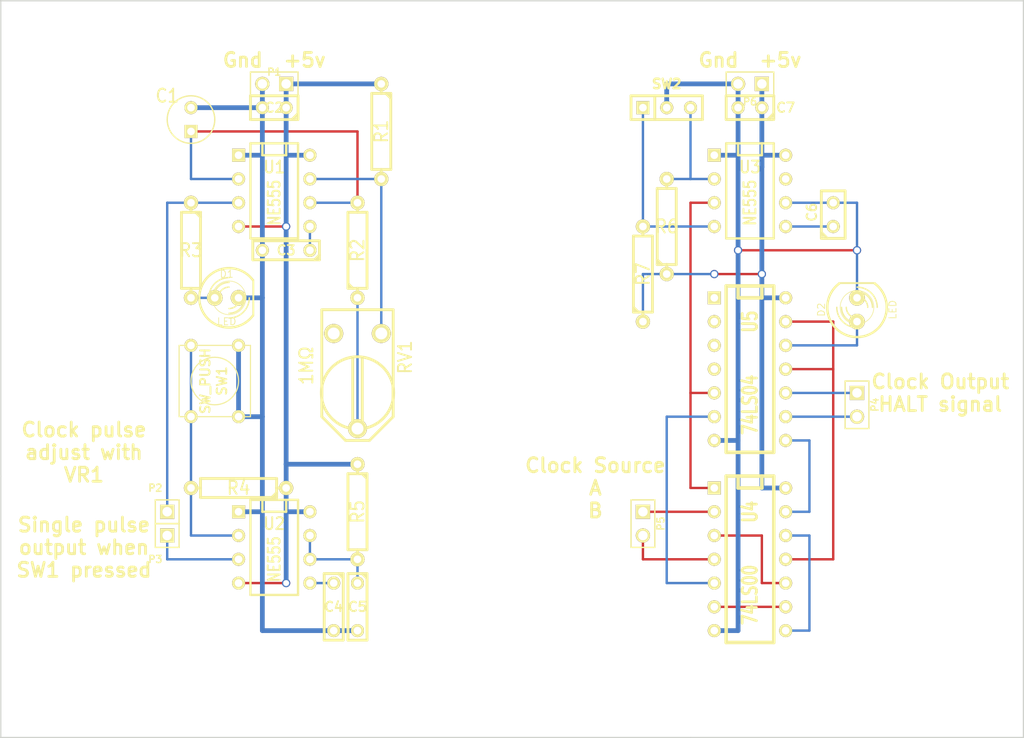
<source format=kicad_pcb>
(kicad_pcb (version 3) (host pcbnew "(22-Jun-2014 BZR 4027)-stable")

  (general
    (links 71)
    (no_connects 2)
    (area 91.364999 55.804999 200.735001 134.695001)
    (thickness 1.6)
    (drawings 15)
    (tracks 121)
    (zones 0)
    (modules 30)
    (nets 28)
  )

  (page A4)
  (title_block 
    (title "HOL-1 TTL CPU - Clock board")
    (rev 1.0)
    (company www.benningtons.net)
  )

  (layers
    (15 F.Cu signal)
    (0 B.Cu signal)
    (16 B.Adhes user)
    (17 F.Adhes user)
    (18 B.Paste user)
    (19 F.Paste user)
    (20 B.SilkS user)
    (21 F.SilkS user)
    (22 B.Mask user)
    (23 F.Mask user)
    (24 Dwgs.User user)
    (25 Cmts.User user)
    (26 Eco1.User user)
    (27 Eco2.User user)
    (28 Edge.Cuts user)
  )

  (setup
    (last_trace_width 0.254)
    (user_trace_width 0.508)
    (trace_clearance 0.254)
    (zone_clearance 0.508)
    (zone_45_only no)
    (trace_min 0.254)
    (segment_width 0.2)
    (edge_width 0.15)
    (via_size 0.889)
    (via_drill 0.635)
    (via_min_size 0.889)
    (via_min_drill 0.508)
    (uvia_size 0.508)
    (uvia_drill 0.127)
    (uvias_allowed no)
    (uvia_min_size 0.508)
    (uvia_min_drill 0.127)
    (pcb_text_width 0.3)
    (pcb_text_size 1.5 1.5)
    (mod_edge_width 0.15)
    (mod_text_size 1.5 1.5)
    (mod_text_width 0.15)
    (pad_size 1.397 1.397)
    (pad_drill 0.8128)
    (pad_to_mask_clearance 0.2)
    (aux_axis_origin 0 0)
    (visible_elements FFFFFFBF)
    (pcbplotparams
      (layerselection 3178497)
      (usegerberextensions true)
      (excludeedgelayer true)
      (linewidth 0.150000)
      (plotframeref false)
      (viasonmask false)
      (mode 1)
      (useauxorigin false)
      (hpglpennumber 1)
      (hpglpenspeed 20)
      (hpglpendiameter 15)
      (hpglpenoverlay 2)
      (psnegative false)
      (psa4output false)
      (plotreference true)
      (plotvalue true)
      (plotothertext true)
      (plotinvisibletext false)
      (padsonsilk false)
      (subtractmaskfromsilk false)
      (outputformat 1)
      (mirror false)
      (drillshape 1)
      (scaleselection 1)
      (outputdirectory ""))
  )

  (net 0 "")
  (net 1 +5V)
  (net 2 GND)
  (net 3 N-000001)
  (net 4 N-0000010)
  (net 5 N-0000011)
  (net 6 N-0000012)
  (net 7 N-0000013)
  (net 8 N-0000014)
  (net 9 N-0000017)
  (net 10 N-0000018)
  (net 11 N-0000019)
  (net 12 N-000002)
  (net 13 N-0000020)
  (net 14 N-0000021)
  (net 15 N-0000022)
  (net 16 N-0000023)
  (net 17 N-0000024)
  (net 18 N-0000025)
  (net 19 N-0000026)
  (net 20 N-0000027)
  (net 21 N-000003)
  (net 22 N-000004)
  (net 23 N-000005)
  (net 24 N-000006)
  (net 25 N-000007)
  (net 26 N-000008)
  (net 27 N-000009)

  (net_class Default "This is the default net class."
    (clearance 0.254)
    (trace_width 0.254)
    (via_dia 0.889)
    (via_drill 0.635)
    (uvia_dia 0.508)
    (uvia_drill 0.127)
    (add_net "")
    (add_net +5V)
    (add_net GND)
    (add_net N-000001)
    (add_net N-0000010)
    (add_net N-0000011)
    (add_net N-0000012)
    (add_net N-0000013)
    (add_net N-0000014)
    (add_net N-0000017)
    (add_net N-0000018)
    (add_net N-0000019)
    (add_net N-000002)
    (add_net N-0000020)
    (add_net N-0000021)
    (add_net N-0000022)
    (add_net N-0000023)
    (add_net N-0000024)
    (add_net N-0000025)
    (add_net N-0000026)
    (add_net N-0000027)
    (add_net N-000003)
    (add_net N-000004)
    (add_net N-000005)
    (add_net N-000006)
    (add_net N-000007)
    (add_net N-000008)
    (add_net N-000009)
  )

  (module SW_PUSH_SMALL (layer F.Cu) (tedit 46544DB3) (tstamp 5C9FAFA7)
    (at 114.3 96.52 270)
    (path /5C980E3A)
    (fp_text reference SW1 (at 0 -0.762 270) (layer F.SilkS)
      (effects (font (size 1.016 1.016) (thickness 0.2032)))
    )
    (fp_text value SW_PUSH (at 0 1.016 270) (layer F.SilkS)
      (effects (font (size 1.016 1.016) (thickness 0.2032)))
    )
    (fp_circle (center 0 0) (end 0 -2.54) (layer F.SilkS) (width 0.127))
    (fp_line (start -3.81 -3.81) (end 3.81 -3.81) (layer F.SilkS) (width 0.127))
    (fp_line (start 3.81 -3.81) (end 3.81 3.81) (layer F.SilkS) (width 0.127))
    (fp_line (start 3.81 3.81) (end -3.81 3.81) (layer F.SilkS) (width 0.127))
    (fp_line (start -3.81 -3.81) (end -3.81 3.81) (layer F.SilkS) (width 0.127))
    (pad 1 thru_hole circle (at 3.81 -2.54 270) (size 1.397 1.397) (drill 0.8128)
      (layers *.Cu *.Mask F.SilkS)
      (net 2 GND)
    )
    (pad 2 thru_hole circle (at 3.81 2.54 270) (size 1.397 1.397) (drill 0.8128)
      (layers *.Cu *.Mask F.SilkS)
      (net 12 N-000002)
    )
    (pad 1 thru_hole circle (at -3.81 -2.54 270) (size 1.397 1.397) (drill 0.8128)
      (layers *.Cu *.Mask F.SilkS)
      (net 2 GND)
    )
    (pad 2 thru_hole circle (at -3.81 2.54 270) (size 1.397 1.397) (drill 0.8128)
      (layers *.Cu *.Mask F.SilkS)
      (net 12 N-000002)
    )
  )

  (module RV2X4 (layer F.Cu) (tedit 200000) (tstamp 5C9FAFB9)
    (at 129.54 96.52 270)
    (descr "Resistance variable / Potentiometre")
    (tags R)
    (path /5C9BFBB2)
    (fp_text reference RV1 (at -2.54 -5.08 270) (layer F.SilkS)
      (effects (font (size 1.397 1.27) (thickness 0.2032)))
    )
    (fp_text value 1MΩ (at -1.651 5.461 270) (layer F.SilkS)
      (effects (font (size 1.397 1.27) (thickness 0.2032)))
    )
    (fp_line (start -7.62 -3.81) (end 3.81 -3.81) (layer F.SilkS) (width 0.3048))
    (fp_line (start 3.81 -3.81) (end 6.35 -1.27) (layer F.SilkS) (width 0.3048))
    (fp_line (start 6.35 -1.27) (end 6.35 1.27) (layer F.SilkS) (width 0.3048))
    (fp_line (start 6.35 1.27) (end 3.81 3.81) (layer F.SilkS) (width 0.3048))
    (fp_line (start 3.81 3.81) (end -7.62 3.81) (layer F.SilkS) (width 0.3048))
    (fp_line (start -7.62 3.81) (end -7.62 -3.81) (layer F.SilkS) (width 0.3048))
    (fp_line (start 0.762 -3.81) (end 1.905 -3.81) (layer F.SilkS) (width 0.3048))
    (fp_line (start 1.651 3.81) (end 0.762 3.81) (layer F.SilkS) (width 0.3048))
    (fp_line (start -2.54 -0.508) (end 4.953 -0.508) (layer F.SilkS) (width 0.3048))
    (fp_line (start -2.54 0.508) (end 4.953 0.508) (layer F.SilkS) (width 0.3048))
    (fp_circle (center 1.27 0) (end -2.54 -0.635) (layer F.SilkS) (width 0.3048))
    (pad 1 thru_hole circle (at -5.08 -2.54 270) (size 2.032 2.032) (drill 1.27)
      (layers *.Cu *.Mask F.SilkS)
      (net 19 N-0000026)
    )
    (pad 2 thru_hole circle (at 5.08 0 270) (size 2.032 2.032) (drill 1.27)
      (layers *.Cu *.Mask F.SilkS)
      (net 25 N-000007)
    )
    (pad 3 thru_hole circle (at -5.08 2.54 270) (size 2.032 2.032) (drill 1.27)
      (layers *.Cu *.Mask F.SilkS)
    )
    (model discret/adjustable_rx2v4.wrl
      (at (xyz 0 0 0))
      (scale (xyz 1 1 1))
      (rotate (xyz 0 0 0))
    )
  )

  (module R4 (layer F.Cu) (tedit 5C9FAFC7) (tstamp 5C9FAFC7)
    (at 111.76 82.55 270)
    (descr "Resitance 4 pas")
    (tags R)
    (path /5C9C00A4)
    (autoplace_cost180 10)
    (fp_text reference R3 (at 0 0 360) (layer F.SilkS)
      (effects (font (size 1.397 1.27) (thickness 0.2032)))
    )
    (fp_text value 220Ω (at 0 0 270) (layer F.SilkS) hide
      (effects (font (size 1.397 1.27) (thickness 0.2032)))
    )
    (fp_line (start -5.08 0) (end -4.064 0) (layer F.SilkS) (width 0.3048))
    (fp_line (start -4.064 0) (end -4.064 -1.016) (layer F.SilkS) (width 0.3048))
    (fp_line (start -4.064 -1.016) (end 4.064 -1.016) (layer F.SilkS) (width 0.3048))
    (fp_line (start 4.064 -1.016) (end 4.064 1.016) (layer F.SilkS) (width 0.3048))
    (fp_line (start 4.064 1.016) (end -4.064 1.016) (layer F.SilkS) (width 0.3048))
    (fp_line (start -4.064 1.016) (end -4.064 0) (layer F.SilkS) (width 0.3048))
    (fp_line (start -4.064 -0.508) (end -3.556 -1.016) (layer F.SilkS) (width 0.3048))
    (fp_line (start 5.08 0) (end 4.064 0) (layer F.SilkS) (width 0.3048))
    (pad 1 thru_hole circle (at -5.08 0 270) (size 1.524 1.524) (drill 0.8128)
      (layers *.Cu *.Mask F.SilkS)
      (net 23 N-000005)
    )
    (pad 2 thru_hole circle (at 5.08 0 270) (size 1.524 1.524) (drill 0.8128)
      (layers *.Cu *.Mask F.SilkS)
      (net 22 N-000004)
    )
    (model discret/resistor.wrl
      (at (xyz 0 0 0))
      (scale (xyz 0.4 0.4 0.4))
      (rotate (xyz 0 0 0))
    )
  )

  (module R4 (layer F.Cu) (tedit 200000) (tstamp 5C9FAFD5)
    (at 116.84 107.95 180)
    (descr "Resitance 4 pas")
    (tags R)
    (path /5C980CD1)
    (autoplace_cost180 10)
    (fp_text reference R4 (at 0 0 180) (layer F.SilkS)
      (effects (font (size 1.397 1.27) (thickness 0.2032)))
    )
    (fp_text value 1kΩ (at 0 0 180) (layer F.SilkS) hide
      (effects (font (size 1.397 1.27) (thickness 0.2032)))
    )
    (fp_line (start -5.08 0) (end -4.064 0) (layer F.SilkS) (width 0.3048))
    (fp_line (start -4.064 0) (end -4.064 -1.016) (layer F.SilkS) (width 0.3048))
    (fp_line (start -4.064 -1.016) (end 4.064 -1.016) (layer F.SilkS) (width 0.3048))
    (fp_line (start 4.064 -1.016) (end 4.064 1.016) (layer F.SilkS) (width 0.3048))
    (fp_line (start 4.064 1.016) (end -4.064 1.016) (layer F.SilkS) (width 0.3048))
    (fp_line (start -4.064 1.016) (end -4.064 0) (layer F.SilkS) (width 0.3048))
    (fp_line (start -4.064 -0.508) (end -3.556 -1.016) (layer F.SilkS) (width 0.3048))
    (fp_line (start 5.08 0) (end 4.064 0) (layer F.SilkS) (width 0.3048))
    (pad 1 thru_hole circle (at -5.08 0 180) (size 1.524 1.524) (drill 0.8128)
      (layers *.Cu *.Mask F.SilkS)
      (net 1 +5V)
    )
    (pad 2 thru_hole circle (at 5.08 0 180) (size 1.524 1.524) (drill 0.8128)
      (layers *.Cu *.Mask F.SilkS)
      (net 12 N-000002)
    )
    (model discret/resistor.wrl
      (at (xyz 0 0 0))
      (scale (xyz 0.4 0.4 0.4))
      (rotate (xyz 0 0 0))
    )
  )

  (module R4 (layer F.Cu) (tedit 200000) (tstamp 5C9FAFE3)
    (at 129.54 110.49 270)
    (descr "Resitance 4 pas")
    (tags R)
    (path /5C980CDE)
    (autoplace_cost180 10)
    (fp_text reference R5 (at 0 0 270) (layer F.SilkS)
      (effects (font (size 1.397 1.27) (thickness 0.2032)))
    )
    (fp_text value 1MΩ (at 0 0 270) (layer F.SilkS) hide
      (effects (font (size 1.397 1.27) (thickness 0.2032)))
    )
    (fp_line (start -5.08 0) (end -4.064 0) (layer F.SilkS) (width 0.3048))
    (fp_line (start -4.064 0) (end -4.064 -1.016) (layer F.SilkS) (width 0.3048))
    (fp_line (start -4.064 -1.016) (end 4.064 -1.016) (layer F.SilkS) (width 0.3048))
    (fp_line (start 4.064 -1.016) (end 4.064 1.016) (layer F.SilkS) (width 0.3048))
    (fp_line (start 4.064 1.016) (end -4.064 1.016) (layer F.SilkS) (width 0.3048))
    (fp_line (start -4.064 1.016) (end -4.064 0) (layer F.SilkS) (width 0.3048))
    (fp_line (start -4.064 -0.508) (end -3.556 -1.016) (layer F.SilkS) (width 0.3048))
    (fp_line (start 5.08 0) (end 4.064 0) (layer F.SilkS) (width 0.3048))
    (pad 1 thru_hole circle (at -5.08 0 270) (size 1.524 1.524) (drill 0.8128)
      (layers *.Cu *.Mask F.SilkS)
      (net 1 +5V)
    )
    (pad 2 thru_hole circle (at 5.08 0 270) (size 1.524 1.524) (drill 0.8128)
      (layers *.Cu *.Mask F.SilkS)
      (net 3 N-000001)
    )
    (model discret/resistor.wrl
      (at (xyz 0 0 0))
      (scale (xyz 0.4 0.4 0.4))
      (rotate (xyz 0 0 0))
    )
  )

  (module R4 (layer F.Cu) (tedit 200000) (tstamp 5C9FB198)
    (at 129.54 82.55 90)
    (descr "Resitance 4 pas")
    (tags R)
    (path /5C9BFAE4)
    (autoplace_cost180 10)
    (fp_text reference R2 (at 0 0 90) (layer F.SilkS)
      (effects (font (size 1.397 1.27) (thickness 0.2032)))
    )
    (fp_text value 1kΩ (at 0 0 90) (layer F.SilkS) hide
      (effects (font (size 1.397 1.27) (thickness 0.2032)))
    )
    (fp_line (start -5.08 0) (end -4.064 0) (layer F.SilkS) (width 0.3048))
    (fp_line (start -4.064 0) (end -4.064 -1.016) (layer F.SilkS) (width 0.3048))
    (fp_line (start -4.064 -1.016) (end 4.064 -1.016) (layer F.SilkS) (width 0.3048))
    (fp_line (start 4.064 -1.016) (end 4.064 1.016) (layer F.SilkS) (width 0.3048))
    (fp_line (start 4.064 1.016) (end -4.064 1.016) (layer F.SilkS) (width 0.3048))
    (fp_line (start -4.064 1.016) (end -4.064 0) (layer F.SilkS) (width 0.3048))
    (fp_line (start -4.064 -0.508) (end -3.556 -1.016) (layer F.SilkS) (width 0.3048))
    (fp_line (start 5.08 0) (end 4.064 0) (layer F.SilkS) (width 0.3048))
    (pad 1 thru_hole circle (at -5.08 0 90) (size 1.524 1.524) (drill 0.8128)
      (layers *.Cu *.Mask F.SilkS)
      (net 25 N-000007)
    )
    (pad 2 thru_hole circle (at 5.08 0 90) (size 1.524 1.524) (drill 0.8128)
      (layers *.Cu *.Mask F.SilkS)
      (net 20 N-0000027)
    )
    (model discret/resistor.wrl
      (at (xyz 0 0 0))
      (scale (xyz 0.4 0.4 0.4))
      (rotate (xyz 0 0 0))
    )
  )

  (module R4 (layer F.Cu) (tedit 200000) (tstamp 5C9FAFFF)
    (at 132.08 69.85 270)
    (descr "Resitance 4 pas")
    (tags R)
    (path /5C9BFADE)
    (autoplace_cost180 10)
    (fp_text reference R1 (at 0 0 270) (layer F.SilkS)
      (effects (font (size 1.397 1.27) (thickness 0.2032)))
    )
    (fp_text value 1kΩ (at 0 0 270) (layer F.SilkS) hide
      (effects (font (size 1.397 1.27) (thickness 0.2032)))
    )
    (fp_line (start -5.08 0) (end -4.064 0) (layer F.SilkS) (width 0.3048))
    (fp_line (start -4.064 0) (end -4.064 -1.016) (layer F.SilkS) (width 0.3048))
    (fp_line (start -4.064 -1.016) (end 4.064 -1.016) (layer F.SilkS) (width 0.3048))
    (fp_line (start 4.064 -1.016) (end 4.064 1.016) (layer F.SilkS) (width 0.3048))
    (fp_line (start 4.064 1.016) (end -4.064 1.016) (layer F.SilkS) (width 0.3048))
    (fp_line (start -4.064 1.016) (end -4.064 0) (layer F.SilkS) (width 0.3048))
    (fp_line (start -4.064 -0.508) (end -3.556 -1.016) (layer F.SilkS) (width 0.3048))
    (fp_line (start 5.08 0) (end 4.064 0) (layer F.SilkS) (width 0.3048))
    (pad 1 thru_hole circle (at -5.08 0 270) (size 1.524 1.524) (drill 0.8128)
      (layers *.Cu *.Mask F.SilkS)
      (net 1 +5V)
    )
    (pad 2 thru_hole circle (at 5.08 0 270) (size 1.524 1.524) (drill 0.8128)
      (layers *.Cu *.Mask F.SilkS)
      (net 19 N-0000026)
    )
    (model discret/resistor.wrl
      (at (xyz 0 0 0))
      (scale (xyz 0.4 0.4 0.4))
      (rotate (xyz 0 0 0))
    )
  )

  (module PIN_ARRAY_2X1 (layer F.Cu) (tedit 5C9FBA2F) (tstamp 5C9FB009)
    (at 120.65 64.77 180)
    (descr "Connecteurs 2 pins")
    (tags "CONN DEV")
    (path /5C9807B6)
    (fp_text reference P1 (at 0 1.27 180) (layer F.SilkS)
      (effects (font (size 0.762 0.762) (thickness 0.1524)))
    )
    (fp_text value CONN_2 (at 0 -1.905 180) (layer F.SilkS) hide
      (effects (font (size 0.762 0.762) (thickness 0.1524)))
    )
    (fp_line (start -2.54 1.27) (end -2.54 -1.27) (layer F.SilkS) (width 0.1524))
    (fp_line (start -2.54 -1.27) (end 2.54 -1.27) (layer F.SilkS) (width 0.1524))
    (fp_line (start 2.54 -1.27) (end 2.54 1.27) (layer F.SilkS) (width 0.1524))
    (fp_line (start 2.54 1.27) (end -2.54 1.27) (layer F.SilkS) (width 0.1524))
    (pad 1 thru_hole rect (at -1.27 0 180) (size 1.524 1.524) (drill 1.016)
      (layers *.Cu *.Mask F.SilkS)
      (net 1 +5V)
    )
    (pad 2 thru_hole circle (at 1.27 0 180) (size 1.524 1.524) (drill 1.016)
      (layers *.Cu *.Mask F.SilkS)
      (net 2 GND)
    )
    (model pin_array/pins_array_2x1.wrl
      (at (xyz 0 0 0))
      (scale (xyz 1 1 1))
      (rotate (xyz 0 0 0))
    )
  )

  (module PIN_ARRAY_1 (layer F.Cu) (tedit 5C9FCBDE) (tstamp 5C9FB012)
    (at 109.22 110.49)
    (descr "1 pin")
    (tags "CONN DEV")
    (path /5C9C006D)
    (fp_text reference P2 (at -1.27 -2.54) (layer F.SilkS)
      (effects (font (size 0.762 0.762) (thickness 0.1524)))
    )
    (fp_text value CONN_1 (at 0 -1.905) (layer F.SilkS) hide
      (effects (font (size 0.762 0.762) (thickness 0.1524)))
    )
    (fp_line (start 1.27 1.27) (end -1.27 1.27) (layer F.SilkS) (width 0.1524))
    (fp_line (start -1.27 -1.27) (end 1.27 -1.27) (layer F.SilkS) (width 0.1524))
    (fp_line (start -1.27 1.27) (end -1.27 -1.27) (layer F.SilkS) (width 0.1524))
    (fp_line (start 1.27 -1.27) (end 1.27 1.27) (layer F.SilkS) (width 0.1524))
    (pad 1 thru_hole rect (at 0 0) (size 1.524 1.524) (drill 1.016)
      (layers *.Cu *.Mask F.SilkS)
      (net 23 N-000005)
    )
    (model pin_array\pin_1.wrl
      (at (xyz 0 0 0))
      (scale (xyz 1 1 1))
      (rotate (xyz 0 0 0))
    )
  )

  (module PIN_ARRAY_1 (layer F.Cu) (tedit 5C9FCBDB) (tstamp 5C9FB01B)
    (at 109.22 113.03)
    (descr "1 pin")
    (tags "CONN DEV")
    (path /5C9BFA94)
    (fp_text reference P3 (at -1.27 2.54) (layer F.SilkS)
      (effects (font (size 0.762 0.762) (thickness 0.1524)))
    )
    (fp_text value CONN_1 (at 0 -1.905) (layer F.SilkS) hide
      (effects (font (size 0.762 0.762) (thickness 0.1524)))
    )
    (fp_line (start 1.27 1.27) (end -1.27 1.27) (layer F.SilkS) (width 0.1524))
    (fp_line (start -1.27 -1.27) (end 1.27 -1.27) (layer F.SilkS) (width 0.1524))
    (fp_line (start -1.27 1.27) (end -1.27 -1.27) (layer F.SilkS) (width 0.1524))
    (fp_line (start 1.27 -1.27) (end 1.27 1.27) (layer F.SilkS) (width 0.1524))
    (pad 1 thru_hole rect (at 0 0) (size 1.524 1.524) (drill 1.016)
      (layers *.Cu *.Mask F.SilkS)
      (net 26 N-000008)
    )
    (model pin_array\pin_1.wrl
      (at (xyz 0 0 0))
      (scale (xyz 1 1 1))
      (rotate (xyz 0 0 0))
    )
  )

  (module LED-5MM (layer F.Cu) (tedit 5C9FCC05) (tstamp 5C9FB02A)
    (at 115.57 87.63)
    (descr "LED 5mm - Lead pitch 100mil (2,54mm)")
    (tags "LED led 5mm 5MM 100mil 2,54mm")
    (path /5C9C0349)
    (fp_text reference D1 (at 0 -2.54) (layer F.SilkS)
      (effects (font (size 0.762 0.762) (thickness 0.0889)))
    )
    (fp_text value LED (at 0 2.54) (layer F.SilkS)
      (effects (font (size 0.762 0.762) (thickness 0.0889)))
    )
    (fp_line (start 2.8448 1.905) (end 2.8448 -1.905) (layer F.SilkS) (width 0.2032))
    (fp_circle (center 0.254 0) (end -1.016 1.27) (layer F.SilkS) (width 0.0762))
    (fp_arc (start 0.254 0) (end 2.794 1.905) (angle 286.2) (layer F.SilkS) (width 0.254))
    (fp_arc (start 0.254 0) (end -0.889 0) (angle 90) (layer F.SilkS) (width 0.1524))
    (fp_arc (start 0.254 0) (end 1.397 0) (angle 90) (layer F.SilkS) (width 0.1524))
    (fp_arc (start 0.254 0) (end -1.397 0) (angle 90) (layer F.SilkS) (width 0.1524))
    (fp_arc (start 0.254 0) (end 1.905 0) (angle 90) (layer F.SilkS) (width 0.1524))
    (fp_arc (start 0.254 0) (end -1.905 0) (angle 90) (layer F.SilkS) (width 0.1524))
    (fp_arc (start 0.254 0) (end 2.413 0) (angle 90) (layer F.SilkS) (width 0.1524))
    (pad 1 thru_hole circle (at -1.27 0) (size 1.6764 1.6764) (drill 0.8128)
      (layers *.Cu *.Mask F.SilkS)
      (net 22 N-000004)
    )
    (pad 2 thru_hole circle (at 1.27 0) (size 1.6764 1.6764) (drill 0.8128)
      (layers *.Cu *.Mask F.SilkS)
      (net 2 GND)
    )
    (model discret/leds/led5_vertical_verde.wrl
      (at (xyz 0 0 0))
      (scale (xyz 1 1 1))
      (rotate (xyz 0 0 0))
    )
  )

  (module DIP-8__300 (layer F.Cu) (tedit 5C9FBA4D) (tstamp 5C9FB2C3)
    (at 120.65 114.3 270)
    (descr "8 pins DIL package, round pads")
    (tags DIL)
    (path /5C980782)
    (fp_text reference U2 (at -2.54 0 360) (layer F.SilkS)
      (effects (font (size 1.27 1.143) (thickness 0.2032)))
    )
    (fp_text value NE555 (at 1.27 0 270) (layer F.SilkS)
      (effects (font (size 1.27 1.016) (thickness 0.2032)))
    )
    (fp_line (start -5.08 -1.27) (end -3.81 -1.27) (layer F.SilkS) (width 0.254))
    (fp_line (start -3.81 -1.27) (end -3.81 1.27) (layer F.SilkS) (width 0.254))
    (fp_line (start -3.81 1.27) (end -5.08 1.27) (layer F.SilkS) (width 0.254))
    (fp_line (start -5.08 -2.54) (end 5.08 -2.54) (layer F.SilkS) (width 0.254))
    (fp_line (start 5.08 -2.54) (end 5.08 2.54) (layer F.SilkS) (width 0.254))
    (fp_line (start 5.08 2.54) (end -5.08 2.54) (layer F.SilkS) (width 0.254))
    (fp_line (start -5.08 2.54) (end -5.08 -2.54) (layer F.SilkS) (width 0.254))
    (pad 1 thru_hole rect (at -3.81 3.81 270) (size 1.397 1.397) (drill 0.8128)
      (layers *.Cu *.Mask F.SilkS)
      (net 2 GND)
    )
    (pad 2 thru_hole circle (at -1.27 3.81 270) (size 1.397 1.397) (drill 0.8128)
      (layers *.Cu *.Mask F.SilkS)
      (net 12 N-000002)
    )
    (pad 3 thru_hole circle (at 1.27 3.81 270) (size 1.397 1.397) (drill 0.8128)
      (layers *.Cu *.Mask F.SilkS)
      (net 26 N-000008)
    )
    (pad 4 thru_hole circle (at 3.81 3.81 270) (size 1.397 1.397) (drill 0.8128)
      (layers *.Cu *.Mask F.SilkS)
      (net 1 +5V)
    )
    (pad 5 thru_hole circle (at 3.81 -3.81 270) (size 1.397 1.397) (drill 0.8128)
      (layers *.Cu *.Mask F.SilkS)
      (net 27 N-000009)
    )
    (pad 6 thru_hole circle (at 1.27 -3.81 270) (size 1.397 1.397) (drill 0.8128)
      (layers *.Cu *.Mask F.SilkS)
      (net 3 N-000001)
    )
    (pad 7 thru_hole circle (at -1.27 -3.81 270) (size 1.397 1.397) (drill 0.8128)
      (layers *.Cu *.Mask F.SilkS)
      (net 3 N-000001)
    )
    (pad 8 thru_hole circle (at -3.81 -3.81 270) (size 1.397 1.397) (drill 0.8128)
      (layers *.Cu *.Mask F.SilkS)
      (net 1 +5V)
    )
    (model dil/dil_8.wrl
      (at (xyz 0 0 0))
      (scale (xyz 1 1 1))
      (rotate (xyz 0 0 0))
    )
  )

  (module DIP-8__300 (layer F.Cu) (tedit 5C9FBA44) (tstamp 5C9FB050)
    (at 120.65 76.2 270)
    (descr "8 pins DIL package, round pads")
    (tags DIL)
    (path /5C98077C)
    (fp_text reference U1 (at -2.54 0 360) (layer F.SilkS)
      (effects (font (size 1.27 1.143) (thickness 0.2032)))
    )
    (fp_text value NE555 (at 1.27 0 270) (layer F.SilkS)
      (effects (font (size 1.27 1.016) (thickness 0.2032)))
    )
    (fp_line (start -5.08 -1.27) (end -3.81 -1.27) (layer F.SilkS) (width 0.254))
    (fp_line (start -3.81 -1.27) (end -3.81 1.27) (layer F.SilkS) (width 0.254))
    (fp_line (start -3.81 1.27) (end -5.08 1.27) (layer F.SilkS) (width 0.254))
    (fp_line (start -5.08 -2.54) (end 5.08 -2.54) (layer F.SilkS) (width 0.254))
    (fp_line (start 5.08 -2.54) (end 5.08 2.54) (layer F.SilkS) (width 0.254))
    (fp_line (start 5.08 2.54) (end -5.08 2.54) (layer F.SilkS) (width 0.254))
    (fp_line (start -5.08 2.54) (end -5.08 -2.54) (layer F.SilkS) (width 0.254))
    (pad 1 thru_hole rect (at -3.81 3.81 270) (size 1.397 1.397) (drill 0.8128)
      (layers *.Cu *.Mask F.SilkS)
      (net 2 GND)
    )
    (pad 2 thru_hole circle (at -1.27 3.81 270) (size 1.397 1.397) (drill 0.8128)
      (layers *.Cu *.Mask F.SilkS)
      (net 20 N-0000027)
    )
    (pad 3 thru_hole circle (at 1.27 3.81 270) (size 1.397 1.397) (drill 0.8128)
      (layers *.Cu *.Mask F.SilkS)
      (net 23 N-000005)
    )
    (pad 4 thru_hole circle (at 3.81 3.81 270) (size 1.397 1.397) (drill 0.8128)
      (layers *.Cu *.Mask F.SilkS)
      (net 1 +5V)
    )
    (pad 5 thru_hole circle (at 3.81 -3.81 270) (size 1.397 1.397) (drill 0.8128)
      (layers *.Cu *.Mask F.SilkS)
      (net 24 N-000006)
    )
    (pad 6 thru_hole circle (at 1.27 -3.81 270) (size 1.397 1.397) (drill 0.8128)
      (layers *.Cu *.Mask F.SilkS)
      (net 20 N-0000027)
    )
    (pad 7 thru_hole circle (at -1.27 -3.81 270) (size 1.397 1.397) (drill 0.8128)
      (layers *.Cu *.Mask F.SilkS)
      (net 19 N-0000026)
    )
    (pad 8 thru_hole circle (at -3.81 -3.81 270) (size 1.397 1.397) (drill 0.8128)
      (layers *.Cu *.Mask F.SilkS)
      (net 1 +5V)
    )
    (model dil/dil_8.wrl
      (at (xyz 0 0 0))
      (scale (xyz 1 1 1))
      (rotate (xyz 0 0 0))
    )
  )

  (module C2 (layer F.Cu) (tedit 5C9FB3BA) (tstamp 5C9FB3E4)
    (at 127 120.65 270)
    (descr "Condensateur = 2 pas")
    (tags C)
    (path /5C980CEA)
    (fp_text reference C4 (at 0 0 360) (layer F.SilkS)
      (effects (font (size 1.016 1.016) (thickness 0.2032)))
    )
    (fp_text value 10nF (at 0 0 270) (layer F.SilkS) hide
      (effects (font (size 1.016 1.016) (thickness 0.2032)))
    )
    (fp_line (start -3.556 -1.016) (end 3.556 -1.016) (layer F.SilkS) (width 0.3048))
    (fp_line (start 3.556 -1.016) (end 3.556 1.016) (layer F.SilkS) (width 0.3048))
    (fp_line (start 3.556 1.016) (end -3.556 1.016) (layer F.SilkS) (width 0.3048))
    (fp_line (start -3.556 1.016) (end -3.556 -1.016) (layer F.SilkS) (width 0.3048))
    (fp_line (start -3.556 -0.508) (end -3.048 -1.016) (layer F.SilkS) (width 0.3048))
    (pad 1 thru_hole circle (at -2.54 0 270) (size 1.397 1.397) (drill 0.8128)
      (layers *.Cu *.Mask F.SilkS)
      (net 27 N-000009)
    )
    (pad 2 thru_hole circle (at 2.54 0 270) (size 1.397 1.397) (drill 0.8128)
      (layers *.Cu *.Mask F.SilkS)
      (net 2 GND)
    )
    (model discret/capa_2pas_5x5mm.wrl
      (at (xyz 0 0 0))
      (scale (xyz 1 1 1))
      (rotate (xyz 0 0 0))
    )
  )

  (module C2 (layer F.Cu) (tedit 5C9FB3FF) (tstamp 5C9FB41D)
    (at 129.54 120.65 270)
    (descr "Condensateur = 2 pas")
    (tags C)
    (path /5C980CE4)
    (fp_text reference C5 (at 0 0 360) (layer F.SilkS)
      (effects (font (size 1.016 1.016) (thickness 0.2032)))
    )
    (fp_text value 100nF (at 0 0 270) (layer F.SilkS) hide
      (effects (font (size 1.016 1.016) (thickness 0.2032)))
    )
    (fp_line (start -3.556 -1.016) (end 3.556 -1.016) (layer F.SilkS) (width 0.3048))
    (fp_line (start 3.556 -1.016) (end 3.556 1.016) (layer F.SilkS) (width 0.3048))
    (fp_line (start 3.556 1.016) (end -3.556 1.016) (layer F.SilkS) (width 0.3048))
    (fp_line (start -3.556 1.016) (end -3.556 -1.016) (layer F.SilkS) (width 0.3048))
    (fp_line (start -3.556 -0.508) (end -3.048 -1.016) (layer F.SilkS) (width 0.3048))
    (pad 1 thru_hole circle (at -2.54 0 270) (size 1.397 1.397) (drill 0.8128)
      (layers *.Cu *.Mask F.SilkS)
      (net 3 N-000001)
    )
    (pad 2 thru_hole circle (at 2.54 0 270) (size 1.397 1.397) (drill 0.8128)
      (layers *.Cu *.Mask F.SilkS)
      (net 2 GND)
    )
    (model discret/capa_2pas_5x5mm.wrl
      (at (xyz 0 0 0))
      (scale (xyz 1 1 1))
      (rotate (xyz 0 0 0))
    )
  )

  (module C2 (layer F.Cu) (tedit 200000) (tstamp 5C9FB084)
    (at 121.92 82.55 180)
    (descr "Condensateur = 2 pas")
    (tags C)
    (path /5C9BFDE4)
    (fp_text reference C3 (at 0 0 180) (layer F.SilkS)
      (effects (font (size 1.016 1.016) (thickness 0.2032)))
    )
    (fp_text value 10nF (at 0 0 180) (layer F.SilkS) hide
      (effects (font (size 1.016 1.016) (thickness 0.2032)))
    )
    (fp_line (start -3.556 -1.016) (end 3.556 -1.016) (layer F.SilkS) (width 0.3048))
    (fp_line (start 3.556 -1.016) (end 3.556 1.016) (layer F.SilkS) (width 0.3048))
    (fp_line (start 3.556 1.016) (end -3.556 1.016) (layer F.SilkS) (width 0.3048))
    (fp_line (start -3.556 1.016) (end -3.556 -1.016) (layer F.SilkS) (width 0.3048))
    (fp_line (start -3.556 -0.508) (end -3.048 -1.016) (layer F.SilkS) (width 0.3048))
    (pad 1 thru_hole circle (at -2.54 0 180) (size 1.397 1.397) (drill 0.8128)
      (layers *.Cu *.Mask F.SilkS)
      (net 24 N-000006)
    )
    (pad 2 thru_hole circle (at 2.54 0 180) (size 1.397 1.397) (drill 0.8128)
      (layers *.Cu *.Mask F.SilkS)
      (net 2 GND)
    )
    (model discret/capa_2pas_5x5mm.wrl
      (at (xyz 0 0 0))
      (scale (xyz 1 1 1))
      (rotate (xyz 0 0 0))
    )
  )

  (module C1 (layer F.Cu) (tedit 5C9FBA38) (tstamp 5C9FB08F)
    (at 120.65 67.31 180)
    (descr "Condensateur e = 1 pas")
    (tags C)
    (path /5C980CC2)
    (fp_text reference C2 (at 0 0 180) (layer F.SilkS)
      (effects (font (size 1.016 1.016) (thickness 0.2032)))
    )
    (fp_text value 100nF (at 0 -2.286 180) (layer F.SilkS) hide
      (effects (font (size 1.016 1.016) (thickness 0.2032)))
    )
    (fp_line (start -2.4892 -1.27) (end 2.54 -1.27) (layer F.SilkS) (width 0.3048))
    (fp_line (start 2.54 -1.27) (end 2.54 1.27) (layer F.SilkS) (width 0.3048))
    (fp_line (start 2.54 1.27) (end -2.54 1.27) (layer F.SilkS) (width 0.3048))
    (fp_line (start -2.54 1.27) (end -2.54 -1.27) (layer F.SilkS) (width 0.3048))
    (fp_line (start -2.54 -0.635) (end -1.905 -1.27) (layer F.SilkS) (width 0.3048))
    (pad 1 thru_hole circle (at -1.27 0 180) (size 1.397 1.397) (drill 0.8128)
      (layers *.Cu *.Mask F.SilkS)
      (net 1 +5V)
    )
    (pad 2 thru_hole circle (at 1.27 0 180) (size 1.397 1.397) (drill 0.8128)
      (layers *.Cu *.Mask F.SilkS)
      (net 2 GND)
    )
    (model discret/capa_1_pas.wrl
      (at (xyz 0 0 0))
      (scale (xyz 1 1 1))
      (rotate (xyz 0 0 0))
    )
  )

  (module EC2v (layer F.Cu) (tedit 5C9FCBEC) (tstamp 5C9FC9AD)
    (at 111.76 68.58 90)
    (descr "Electrolytic Capacitor vertical")
    (tags "C cap")
    (path /5C9BFFFA)
    (fp_text reference C1 (at 2.54 -2.54 180) (layer F.SilkS)
      (effects (font (size 1.397 1.27) (thickness 0.2032)))
    )
    (fp_text value 1uF (at 1.27 15.24 90) (layer F.SilkS) hide
      (effects (font (size 1.397 1.27) (thickness 0.2032)))
    )
    (fp_circle (center 0 0) (end 2.54 0) (layer F.SilkS) (width 0.15))
    (pad 2 thru_hole circle (at 1.27 0 90) (size 1.397 1.397) (drill 0.8128)
      (layers *.Cu *.Mask F.SilkS)
      (net 2 GND)
    )
    (pad 1 thru_hole rect (at -1.27 0 90) (size 1.397 1.397) (drill 0.8128)
      (layers *.Cu *.Mask F.SilkS)
      (net 20 N-0000027)
    )
    (model discret/capacitor/electrolytic/c_vert_c1v5.wrl
      (at (xyz 0 0 0))
      (scale (xyz 1 1 1))
      (rotate (xyz 0 0 0))
    )
  )

  (module R4 (layer F.Cu) (tedit 5CA7CEC4) (tstamp 5CA7CDA1)
    (at 162.56 80.01 90)
    (descr "Resitance 4 pas")
    (tags R)
    (path /5C9FFD99)
    (autoplace_cost180 10)
    (fp_text reference R6 (at 0 0 180) (layer F.SilkS)
      (effects (font (size 1.397 1.27) (thickness 0.2032)))
    )
    (fp_text value 1kΩ (at 0 0 90) (layer F.SilkS) hide
      (effects (font (size 1.397 1.27) (thickness 0.2032)))
    )
    (fp_line (start -5.08 0) (end -4.064 0) (layer F.SilkS) (width 0.3048))
    (fp_line (start -4.064 0) (end -4.064 -1.016) (layer F.SilkS) (width 0.3048))
    (fp_line (start -4.064 -1.016) (end 4.064 -1.016) (layer F.SilkS) (width 0.3048))
    (fp_line (start 4.064 -1.016) (end 4.064 1.016) (layer F.SilkS) (width 0.3048))
    (fp_line (start 4.064 1.016) (end -4.064 1.016) (layer F.SilkS) (width 0.3048))
    (fp_line (start -4.064 1.016) (end -4.064 0) (layer F.SilkS) (width 0.3048))
    (fp_line (start -4.064 -0.508) (end -3.556 -1.016) (layer F.SilkS) (width 0.3048))
    (fp_line (start 5.08 0) (end 4.064 0) (layer F.SilkS) (width 0.3048))
    (pad 1 thru_hole circle (at -5.08 0 90) (size 1.524 1.524) (drill 0.8128)
      (layers *.Cu *.Mask F.SilkS)
      (net 1 +5V)
    )
    (pad 2 thru_hole circle (at 5.08 0 90) (size 1.524 1.524) (drill 0.8128)
      (layers *.Cu *.Mask F.SilkS)
      (net 13 N-0000020)
    )
    (model discret/resistor.wrl
      (at (xyz 0 0 0))
      (scale (xyz 0.4 0.4 0.4))
      (rotate (xyz 0 0 0))
    )
  )

  (module R4 (layer F.Cu) (tedit 200000) (tstamp 5CA7CDAF)
    (at 160.02 85.09 90)
    (descr "Resitance 4 pas")
    (tags R)
    (path /5C9FFD9F)
    (autoplace_cost180 10)
    (fp_text reference R7 (at 0 0 90) (layer F.SilkS)
      (effects (font (size 1.397 1.27) (thickness 0.2032)))
    )
    (fp_text value 1kΩ (at 0 0 90) (layer F.SilkS) hide
      (effects (font (size 1.397 1.27) (thickness 0.2032)))
    )
    (fp_line (start -5.08 0) (end -4.064 0) (layer F.SilkS) (width 0.3048))
    (fp_line (start -4.064 0) (end -4.064 -1.016) (layer F.SilkS) (width 0.3048))
    (fp_line (start -4.064 -1.016) (end 4.064 -1.016) (layer F.SilkS) (width 0.3048))
    (fp_line (start 4.064 -1.016) (end 4.064 1.016) (layer F.SilkS) (width 0.3048))
    (fp_line (start 4.064 1.016) (end -4.064 1.016) (layer F.SilkS) (width 0.3048))
    (fp_line (start -4.064 1.016) (end -4.064 0) (layer F.SilkS) (width 0.3048))
    (fp_line (start -4.064 -0.508) (end -3.556 -1.016) (layer F.SilkS) (width 0.3048))
    (fp_line (start 5.08 0) (end 4.064 0) (layer F.SilkS) (width 0.3048))
    (pad 1 thru_hole circle (at -5.08 0 90) (size 1.524 1.524) (drill 0.8128)
      (layers *.Cu *.Mask F.SilkS)
      (net 1 +5V)
    )
    (pad 2 thru_hole circle (at 5.08 0 90) (size 1.524 1.524) (drill 0.8128)
      (layers *.Cu *.Mask F.SilkS)
      (net 7 N-0000013)
    )
    (model discret/resistor.wrl
      (at (xyz 0 0 0))
      (scale (xyz 0.4 0.4 0.4))
      (rotate (xyz 0 0 0))
    )
  )

  (module PIN_ARRAY_2X1 (layer F.Cu) (tedit 4565C520) (tstamp 5CA7CDB9)
    (at 160.02 111.76 270)
    (descr "Connecteurs 2 pins")
    (tags "CONN DEV")
    (path /5C9FFD71)
    (fp_text reference P5 (at 0 -1.905 270) (layer F.SilkS)
      (effects (font (size 0.762 0.762) (thickness 0.1524)))
    )
    (fp_text value CONN_2 (at 0 -1.905 270) (layer F.SilkS) hide
      (effects (font (size 0.762 0.762) (thickness 0.1524)))
    )
    (fp_line (start -2.54 1.27) (end -2.54 -1.27) (layer F.SilkS) (width 0.1524))
    (fp_line (start -2.54 -1.27) (end 2.54 -1.27) (layer F.SilkS) (width 0.1524))
    (fp_line (start 2.54 -1.27) (end 2.54 1.27) (layer F.SilkS) (width 0.1524))
    (fp_line (start 2.54 1.27) (end -2.54 1.27) (layer F.SilkS) (width 0.1524))
    (pad 1 thru_hole rect (at -1.27 0 270) (size 1.524 1.524) (drill 1.016)
      (layers *.Cu *.Mask F.SilkS)
      (net 8 N-0000014)
    )
    (pad 2 thru_hole circle (at 1.27 0 270) (size 1.524 1.524) (drill 1.016)
      (layers *.Cu *.Mask F.SilkS)
      (net 4 N-0000010)
    )
    (model pin_array/pins_array_2x1.wrl
      (at (xyz 0 0 0))
      (scale (xyz 1 1 1))
      (rotate (xyz 0 0 0))
    )
  )

  (module PIN_ARRAY_2X1 (layer F.Cu) (tedit 4565C520) (tstamp 5CA7CDC3)
    (at 182.88 99.06 270)
    (descr "Connecteurs 2 pins")
    (tags "CONN DEV")
    (path /5C9FFD7E)
    (fp_text reference P4 (at 0 -1.905 270) (layer F.SilkS)
      (effects (font (size 0.762 0.762) (thickness 0.1524)))
    )
    (fp_text value CONN_2 (at 0 -1.905 270) (layer F.SilkS) hide
      (effects (font (size 0.762 0.762) (thickness 0.1524)))
    )
    (fp_line (start -2.54 1.27) (end -2.54 -1.27) (layer F.SilkS) (width 0.1524))
    (fp_line (start -2.54 -1.27) (end 2.54 -1.27) (layer F.SilkS) (width 0.1524))
    (fp_line (start 2.54 -1.27) (end 2.54 1.27) (layer F.SilkS) (width 0.1524))
    (fp_line (start 2.54 1.27) (end -2.54 1.27) (layer F.SilkS) (width 0.1524))
    (pad 1 thru_hole rect (at -1.27 0 270) (size 1.524 1.524) (drill 1.016)
      (layers *.Cu *.Mask F.SilkS)
      (net 10 N-0000018)
    )
    (pad 2 thru_hole circle (at 1.27 0 270) (size 1.524 1.524) (drill 1.016)
      (layers *.Cu *.Mask F.SilkS)
      (net 6 N-0000012)
    )
    (model pin_array/pins_array_2x1.wrl
      (at (xyz 0 0 0))
      (scale (xyz 1 1 1))
      (rotate (xyz 0 0 0))
    )
  )

  (module PIN_ARRAY_2X1 (layer F.Cu) (tedit 4565C520) (tstamp 5CA7CDCD)
    (at 171.45 64.77 180)
    (descr "Connecteurs 2 pins")
    (tags "CONN DEV")
    (path /5CA00CB7)
    (fp_text reference P6 (at 0 -1.905 180) (layer F.SilkS)
      (effects (font (size 0.762 0.762) (thickness 0.1524)))
    )
    (fp_text value CONN_2 (at 0 -1.905 180) (layer F.SilkS) hide
      (effects (font (size 0.762 0.762) (thickness 0.1524)))
    )
    (fp_line (start -2.54 1.27) (end -2.54 -1.27) (layer F.SilkS) (width 0.1524))
    (fp_line (start -2.54 -1.27) (end 2.54 -1.27) (layer F.SilkS) (width 0.1524))
    (fp_line (start 2.54 -1.27) (end 2.54 1.27) (layer F.SilkS) (width 0.1524))
    (fp_line (start 2.54 1.27) (end -2.54 1.27) (layer F.SilkS) (width 0.1524))
    (pad 1 thru_hole rect (at -1.27 0 180) (size 1.524 1.524) (drill 1.016)
      (layers *.Cu *.Mask F.SilkS)
      (net 1 +5V)
    )
    (pad 2 thru_hole circle (at 1.27 0 180) (size 1.524 1.524) (drill 1.016)
      (layers *.Cu *.Mask F.SilkS)
      (net 2 GND)
    )
    (model pin_array/pins_array_2x1.wrl
      (at (xyz 0 0 0))
      (scale (xyz 1 1 1))
      (rotate (xyz 0 0 0))
    )
  )

  (module LED-5MM (layer F.Cu) (tedit 50ADE86B) (tstamp 5CA7CDDC)
    (at 182.88 88.9 90)
    (descr "LED 5mm - Lead pitch 100mil (2,54mm)")
    (tags "LED led 5mm 5MM 100mil 2,54mm")
    (path /5C9FFD86)
    (fp_text reference D2 (at 0 -3.81 90) (layer F.SilkS)
      (effects (font (size 0.762 0.762) (thickness 0.0889)))
    )
    (fp_text value LED (at 0 3.81 90) (layer F.SilkS)
      (effects (font (size 0.762 0.762) (thickness 0.0889)))
    )
    (fp_line (start 2.8448 1.905) (end 2.8448 -1.905) (layer F.SilkS) (width 0.2032))
    (fp_circle (center 0.254 0) (end -1.016 1.27) (layer F.SilkS) (width 0.0762))
    (fp_arc (start 0.254 0) (end 2.794 1.905) (angle 286.2) (layer F.SilkS) (width 0.254))
    (fp_arc (start 0.254 0) (end -0.889 0) (angle 90) (layer F.SilkS) (width 0.1524))
    (fp_arc (start 0.254 0) (end 1.397 0) (angle 90) (layer F.SilkS) (width 0.1524))
    (fp_arc (start 0.254 0) (end -1.397 0) (angle 90) (layer F.SilkS) (width 0.1524))
    (fp_arc (start 0.254 0) (end 1.905 0) (angle 90) (layer F.SilkS) (width 0.1524))
    (fp_arc (start 0.254 0) (end -1.905 0) (angle 90) (layer F.SilkS) (width 0.1524))
    (fp_arc (start 0.254 0) (end 2.413 0) (angle 90) (layer F.SilkS) (width 0.1524))
    (pad 1 thru_hole circle (at -1.27 0 90) (size 1.6764 1.6764) (drill 0.8128)
      (layers *.Cu *.Mask F.SilkS)
      (net 9 N-0000017)
    )
    (pad 2 thru_hole circle (at 1.27 0 90) (size 1.6764 1.6764) (drill 0.8128)
      (layers *.Cu *.Mask F.SilkS)
      (net 2 GND)
    )
    (model discret/leds/led5_vertical_verde.wrl
      (at (xyz 0 0 0))
      (scale (xyz 1 1 1))
      (rotate (xyz 0 0 0))
    )
  )

  (module DIP-8__300 (layer F.Cu) (tedit 5CA8FA78) (tstamp 5CA7CDEF)
    (at 171.45 76.2 270)
    (descr "8 pins DIL package, round pads")
    (tags DIL)
    (path /5C9FFD93)
    (fp_text reference U3 (at -2.54 0 360) (layer F.SilkS)
      (effects (font (size 1.27 1.143) (thickness 0.2032)))
    )
    (fp_text value NE555 (at 1.27 0 270) (layer F.SilkS)
      (effects (font (size 1.27 1.016) (thickness 0.2032)))
    )
    (fp_line (start -5.08 -1.27) (end -3.81 -1.27) (layer F.SilkS) (width 0.254))
    (fp_line (start -3.81 -1.27) (end -3.81 1.27) (layer F.SilkS) (width 0.254))
    (fp_line (start -3.81 1.27) (end -5.08 1.27) (layer F.SilkS) (width 0.254))
    (fp_line (start -5.08 -2.54) (end 5.08 -2.54) (layer F.SilkS) (width 0.254))
    (fp_line (start 5.08 -2.54) (end 5.08 2.54) (layer F.SilkS) (width 0.254))
    (fp_line (start 5.08 2.54) (end -5.08 2.54) (layer F.SilkS) (width 0.254))
    (fp_line (start -5.08 2.54) (end -5.08 -2.54) (layer F.SilkS) (width 0.254))
    (pad 1 thru_hole rect (at -3.81 3.81 270) (size 1.397 1.397) (drill 0.8128)
      (layers *.Cu *.Mask F.SilkS)
      (net 2 GND)
    )
    (pad 2 thru_hole circle (at -1.27 3.81 270) (size 1.397 1.397) (drill 0.8128)
      (layers *.Cu *.Mask F.SilkS)
      (net 13 N-0000020)
    )
    (pad 3 thru_hole circle (at 1.27 3.81 270) (size 1.397 1.397) (drill 0.8128)
      (layers *.Cu *.Mask F.SilkS)
      (net 18 N-0000025)
    )
    (pad 4 thru_hole circle (at 3.81 3.81 270) (size 1.397 1.397) (drill 0.8128)
      (layers *.Cu *.Mask F.SilkS)
      (net 7 N-0000013)
    )
    (pad 5 thru_hole circle (at 3.81 -3.81 270) (size 1.397 1.397) (drill 0.8128)
      (layers *.Cu *.Mask F.SilkS)
      (net 21 N-000003)
    )
    (pad 6 thru_hole circle (at 1.27 -3.81 270) (size 1.397 1.397) (drill 0.8128)
      (layers *.Cu *.Mask F.SilkS)
      (net 2 GND)
    )
    (pad 7 thru_hole circle (at -1.27 -3.81 270) (size 1.397 1.397) (drill 0.8128)
      (layers *.Cu *.Mask F.SilkS)
    )
    (pad 8 thru_hole circle (at -3.81 -3.81 270) (size 1.397 1.397) (drill 0.8128)
      (layers *.Cu *.Mask F.SilkS)
      (net 1 +5V)
    )
    (model dil/dil_8.wrl
      (at (xyz 0 0 0))
      (scale (xyz 1 1 1))
      (rotate (xyz 0 0 0))
    )
  )

  (module DIP-14   placed (layer F.Cu) (tedit 5CA8FA89) (tstamp 5CA7CE08)
    (at 171.45 115.57 270)
    (descr "14 pins DIL package, round pads")
    (tags DIL)
    (path /5C9FF661)
    (fp_text reference U4 (at -5.08 0 270) (layer F.SilkS)
      (effects (font (size 1.524 1.143) (thickness 0.28575)))
    )
    (fp_text value 74LS00 (at 3.81 0 270) (layer F.SilkS)
      (effects (font (size 1.524 1.143) (thickness 0.3048)))
    )
    (fp_line (start -8.89 2.54) (end 8.89 2.54) (layer F.SilkS) (width 0.375))
    (fp_line (start -8.89 -2.54) (end 8.89 -2.54) (layer F.SilkS) (width 0.375))
    (fp_line (start -8.89 2.54) (end -8.89 -2.54) (layer F.SilkS) (width 0.381))
    (fp_line (start -8.89 -1.27) (end -7.62 -1.27) (layer F.SilkS) (width 0.381))
    (fp_line (start -7.62 -1.27) (end -7.62 1.27) (layer F.SilkS) (width 0.381))
    (fp_line (start -7.62 1.27) (end -8.89 1.27) (layer F.SilkS) (width 0.381))
    (fp_line (start 8.89 -2.54) (end 8.89 2.54) (layer F.SilkS) (width 0.381))
    (pad 1 thru_hole rect (at -7.62 3.81 270) (size 1.397 1.397) (drill 0.8128)
      (layers *.Cu *.Mask F.SilkS)
      (net 18 N-0000025)
    )
    (pad 2 thru_hole circle (at -5.08 3.81 270) (size 1.397 1.397) (drill 0.8128)
      (layers *.Cu *.Mask F.SilkS)
      (net 8 N-0000014)
    )
    (pad 3 thru_hole circle (at -2.54 3.81 270) (size 1.397 1.397) (drill 0.8128)
      (layers *.Cu *.Mask F.SilkS)
      (net 16 N-0000023)
    )
    (pad 4 thru_hole circle (at 0 3.81 270) (size 1.397 1.397) (drill 0.8128)
      (layers *.Cu *.Mask F.SilkS)
      (net 4 N-0000010)
    )
    (pad 5 thru_hole circle (at 2.54 3.81 270) (size 1.397 1.397) (drill 0.8128)
      (layers *.Cu *.Mask F.SilkS)
      (net 5 N-0000011)
    )
    (pad 6 thru_hole circle (at 5.08 3.81 270) (size 1.397 1.397) (drill 0.8128)
      (layers *.Cu *.Mask F.SilkS)
      (net 17 N-0000024)
    )
    (pad 7 thru_hole circle (at 7.62 3.81 270) (size 1.397 1.397) (drill 0.8128)
      (layers *.Cu *.Mask F.SilkS)
      (net 2 GND)
    )
    (pad 8 thru_hole circle (at 7.62 -3.81 270) (size 1.397 1.397) (drill 0.8128)
      (layers *.Cu *.Mask F.SilkS)
      (net 15 N-0000022)
    )
    (pad 9 thru_hole circle (at 5.08 -3.81 270) (size 1.397 1.397) (drill 0.8128)
      (layers *.Cu *.Mask F.SilkS)
      (net 17 N-0000024)
    )
    (pad 10 thru_hole circle (at 2.54 -3.81 270) (size 1.397 1.397) (drill 0.8128)
      (layers *.Cu *.Mask F.SilkS)
      (net 16 N-0000023)
    )
    (pad 11 thru_hole circle (at 0 -3.81 270) (size 1.397 1.397) (drill 0.8128)
      (layers *.Cu *.Mask F.SilkS)
      (net 11 N-0000019)
    )
    (pad 12 thru_hole circle (at -2.54 -3.81 270) (size 1.397 1.397) (drill 0.8128)
      (layers *.Cu *.Mask F.SilkS)
      (net 15 N-0000022)
    )
    (pad 13 thru_hole circle (at -5.08 -3.81 270) (size 1.397 1.397) (drill 0.8128)
      (layers *.Cu *.Mask F.SilkS)
      (net 14 N-0000021)
    )
    (pad 14 thru_hole circle (at -7.62 -3.81 270) (size 1.397 1.397) (drill 0.8128)
      (layers *.Cu *.Mask F.SilkS)
      (net 1 +5V)
    )
    (model dil/dil_14.wrl
      (at (xyz 0 0 0))
      (scale (xyz 1 1 1))
      (rotate (xyz 0 0 0))
    )
  )

  (module DIP-14   placed (layer F.Cu) (tedit 5CA8FA83) (tstamp 5CA7CE21)
    (at 171.45 95.25 270)
    (descr "14 pins DIL package, round pads")
    (tags DIL)
    (path /5C9FF7A8)
    (fp_text reference U5 (at -5.08 0 270) (layer F.SilkS)
      (effects (font (size 1.524 1.143) (thickness 0.28575)))
    )
    (fp_text value 74LS04 (at 3.81 0 270) (layer F.SilkS)
      (effects (font (size 1.524 1.143) (thickness 0.3048)))
    )
    (fp_line (start -8.89 2.54) (end 8.89 2.54) (layer F.SilkS) (width 0.375))
    (fp_line (start -8.89 -2.54) (end 8.89 -2.54) (layer F.SilkS) (width 0.375))
    (fp_line (start -8.89 2.54) (end -8.89 -2.54) (layer F.SilkS) (width 0.381))
    (fp_line (start -8.89 -1.27) (end -7.62 -1.27) (layer F.SilkS) (width 0.381))
    (fp_line (start -7.62 -1.27) (end -7.62 1.27) (layer F.SilkS) (width 0.381))
    (fp_line (start -7.62 1.27) (end -8.89 1.27) (layer F.SilkS) (width 0.381))
    (fp_line (start 8.89 -2.54) (end 8.89 2.54) (layer F.SilkS) (width 0.381))
    (pad 1 thru_hole rect (at -7.62 3.81 270) (size 1.397 1.397) (drill 0.8128)
      (layers *.Cu *.Mask F.SilkS)
    )
    (pad 2 thru_hole circle (at -5.08 3.81 270) (size 1.397 1.397) (drill 0.8128)
      (layers *.Cu *.Mask F.SilkS)
    )
    (pad 3 thru_hole circle (at -2.54 3.81 270) (size 1.397 1.397) (drill 0.8128)
      (layers *.Cu *.Mask F.SilkS)
    )
    (pad 4 thru_hole circle (at 0 3.81 270) (size 1.397 1.397) (drill 0.8128)
      (layers *.Cu *.Mask F.SilkS)
    )
    (pad 5 thru_hole circle (at 2.54 3.81 270) (size 1.397 1.397) (drill 0.8128)
      (layers *.Cu *.Mask F.SilkS)
      (net 18 N-0000025)
    )
    (pad 6 thru_hole circle (at 5.08 3.81 270) (size 1.397 1.397) (drill 0.8128)
      (layers *.Cu *.Mask F.SilkS)
      (net 5 N-0000011)
    )
    (pad 7 thru_hole circle (at 7.62 3.81 270) (size 1.397 1.397) (drill 0.8128)
      (layers *.Cu *.Mask F.SilkS)
      (net 2 GND)
    )
    (pad 8 thru_hole circle (at 7.62 -3.81 270) (size 1.397 1.397) (drill 0.8128)
      (layers *.Cu *.Mask F.SilkS)
      (net 14 N-0000021)
    )
    (pad 9 thru_hole circle (at 5.08 -3.81 270) (size 1.397 1.397) (drill 0.8128)
      (layers *.Cu *.Mask F.SilkS)
      (net 6 N-0000012)
    )
    (pad 10 thru_hole circle (at 2.54 -3.81 270) (size 1.397 1.397) (drill 0.8128)
      (layers *.Cu *.Mask F.SilkS)
      (net 10 N-0000018)
    )
    (pad 11 thru_hole circle (at 0 -3.81 270) (size 1.397 1.397) (drill 0.8128)
      (layers *.Cu *.Mask F.SilkS)
      (net 11 N-0000019)
    )
    (pad 12 thru_hole circle (at -2.54 -3.81 270) (size 1.397 1.397) (drill 0.8128)
      (layers *.Cu *.Mask F.SilkS)
      (net 9 N-0000017)
    )
    (pad 13 thru_hole circle (at -5.08 -3.81 270) (size 1.397 1.397) (drill 0.8128)
      (layers *.Cu *.Mask F.SilkS)
      (net 11 N-0000019)
    )
    (pad 14 thru_hole circle (at -7.62 -3.81 270) (size 1.397 1.397) (drill 0.8128)
      (layers *.Cu *.Mask F.SilkS)
      (net 1 +5V)
    )
    (model dil/dil_14.wrl
      (at (xyz 0 0 0))
      (scale (xyz 1 1 1))
      (rotate (xyz 0 0 0))
    )
  )

  (module C1 (layer F.Cu) (tedit 5CA8FA93) (tstamp 5CA7CE2C)
    (at 171.45 67.31 180)
    (descr "Condensateur e = 1 pas")
    (tags C)
    (path /5CA001B5)
    (fp_text reference C7 (at -3.81 0 180) (layer F.SilkS)
      (effects (font (size 1.016 1.016) (thickness 0.2032)))
    )
    (fp_text value 100nF (at 0 -2.286 180) (layer F.SilkS) hide
      (effects (font (size 1.016 1.016) (thickness 0.2032)))
    )
    (fp_line (start -2.4892 -1.27) (end 2.54 -1.27) (layer F.SilkS) (width 0.3048))
    (fp_line (start 2.54 -1.27) (end 2.54 1.27) (layer F.SilkS) (width 0.3048))
    (fp_line (start 2.54 1.27) (end -2.54 1.27) (layer F.SilkS) (width 0.3048))
    (fp_line (start -2.54 1.27) (end -2.54 -1.27) (layer F.SilkS) (width 0.3048))
    (fp_line (start -2.54 -0.635) (end -1.905 -1.27) (layer F.SilkS) (width 0.3048))
    (pad 1 thru_hole circle (at -1.27 0 180) (size 1.397 1.397) (drill 0.8128)
      (layers *.Cu *.Mask F.SilkS)
      (net 1 +5V)
    )
    (pad 2 thru_hole circle (at 1.27 0 180) (size 1.397 1.397) (drill 0.8128)
      (layers *.Cu *.Mask F.SilkS)
      (net 2 GND)
    )
    (model discret/capa_1_pas.wrl
      (at (xyz 0 0 0))
      (scale (xyz 1 1 1))
      (rotate (xyz 0 0 0))
    )
  )

  (module C1 (layer F.Cu) (tedit 3F92C496) (tstamp 5CA7CE37)
    (at 180.34 78.74 90)
    (descr "Condensateur e = 1 pas")
    (tags C)
    (path /5C9FFDA5)
    (fp_text reference C6 (at 0.254 -2.286 90) (layer F.SilkS)
      (effects (font (size 1.016 1.016) (thickness 0.2032)))
    )
    (fp_text value 100nF (at 0 -2.286 90) (layer F.SilkS) hide
      (effects (font (size 1.016 1.016) (thickness 0.2032)))
    )
    (fp_line (start -2.4892 -1.27) (end 2.54 -1.27) (layer F.SilkS) (width 0.3048))
    (fp_line (start 2.54 -1.27) (end 2.54 1.27) (layer F.SilkS) (width 0.3048))
    (fp_line (start 2.54 1.27) (end -2.54 1.27) (layer F.SilkS) (width 0.3048))
    (fp_line (start -2.54 1.27) (end -2.54 -1.27) (layer F.SilkS) (width 0.3048))
    (fp_line (start -2.54 -0.635) (end -1.905 -1.27) (layer F.SilkS) (width 0.3048))
    (pad 1 thru_hole circle (at -1.27 0 90) (size 1.397 1.397) (drill 0.8128)
      (layers *.Cu *.Mask F.SilkS)
      (net 21 N-000003)
    )
    (pad 2 thru_hole circle (at 1.27 0 90) (size 1.397 1.397) (drill 0.8128)
      (layers *.Cu *.Mask F.SilkS)
      (net 2 GND)
    )
    (model discret/capa_1_pas.wrl
      (at (xyz 0 0 0))
      (scale (xyz 1 1 1))
      (rotate (xyz 0 0 0))
    )
  )

  (module MICROSWITCH_SPST (layer F.Cu) (tedit 48075FE7) (tstamp 5CA7CD93)
    (at 162.56 67.31)
    (descr "Connecteur 3 pins")
    (tags "CONN DEV")
    (path /5CA00068)
    (fp_text reference SW2 (at 0 -2.54) (layer F.SilkS)
      (effects (font (size 1.016 1.016) (thickness 0.254)))
    )
    (fp_text value SPDT (at 0 -2.54) (layer F.SilkS) hide
      (effects (font (size 1.016 1.016) (thickness 0.254)))
    )
    (fp_line (start -3.81 1.27) (end -3.81 -1.27) (layer F.SilkS) (width 0.3048))
    (fp_line (start -3.81 -1.27) (end 3.81 -1.27) (layer F.SilkS) (width 0.3048))
    (fp_line (start 3.81 -1.27) (end 3.81 1.27) (layer F.SilkS) (width 0.3048))
    (fp_line (start 3.81 1.27) (end -3.81 1.27) (layer F.SilkS) (width 0.3048))
    (fp_line (start -1.27 -1.27) (end -1.27 1.27) (layer F.SilkS) (width 0.3048))
    (pad 1 thru_hole rect (at -2.54 0) (size 1.397 1.397) (drill 0.8128)
      (layers *.Cu *.Mask F.SilkS)
      (net 7 N-0000013)
    )
    (pad 2 thru_hole circle (at 0 0) (size 1.397 1.397) (drill 0.8128)
      (layers *.Cu *.Mask F.SilkS)
      (net 2 GND)
    )
    (pad 3 thru_hole circle (at 2.54 0) (size 1.397 1.397) (drill 0.8128)
      (layers *.Cu *.Mask F.SilkS)
      (net 13 N-0000020)
    )
    (model device/switch_slide_straight_terminal.wrl
      (at (xyz 0 0 0))
      (scale (xyz 0.33 0.33 0.33))
      (rotate (xyz 0 0 0))
    )
  )

  (gr_text "Clock Output\nHALT signal" (at 191.77 97.79) (layer F.SilkS)
    (effects (font (size 1.5 1.5) (thickness 0.3)))
  )
  (gr_text "Clock Source\nA\nB" (at 154.94 107.95) (layer F.SilkS)
    (effects (font (size 1.5 1.5) (thickness 0.3)))
  )
  (gr_text "Gnd  +5v" (at 171.45 62.23) (layer F.SilkS)
    (effects (font (size 1.5 1.5) (thickness 0.3)))
  )
  (gr_text "CLOCK SELECT" (at 171.45 58.42) (layer Dwgs.User)
    (effects (font (size 1.5 1.5) (thickness 0.3)))
  )
  (gr_text "CLOCK SOURCE" (at 121.92 58.42) (layer Dwgs.User)
    (effects (font (size 1.5 1.5) (thickness 0.3)))
  )
  (gr_text "Incorporates two circuits originally designed for 10x24 via boards." (at 147.32 129.54) (layer Dwgs.User)
    (effects (font (size 1.5 1.5) (thickness 0.3)))
  )
  (gr_text "Clock pulse\nadjust with\nVR1" (at 100.33 104.14) (layer F.SilkS)
    (effects (font (size 1.5 1.5) (thickness 0.3)))
  )
  (gr_text "Single pulse\noutput when\nSW1 pressed" (at 100.33 114.3) (layer F.SilkS)
    (effects (font (size 1.5 1.5) (thickness 0.3)))
  )
  (gr_text "Gnd  +5v" (at 120.65 62.23) (layer F.SilkS)
    (effects (font (size 1.5 1.5) (thickness 0.3)))
  )
  (gr_line (start 200.66 55.88) (end 91.44 55.88) (angle 90) (layer Edge.Cuts) (width 0.15))
  (gr_line (start 200.66 134.62) (end 200.66 55.88) (angle 90) (layer Edge.Cuts) (width 0.15))
  (gr_line (start 165.1 134.62) (end 200.66 134.62) (angle 90) (layer Edge.Cuts) (width 0.15))
  (gr_line (start 91.44 134.62) (end 165.1 134.62) (angle 90) (layer Edge.Cuts) (width 0.15))
  (gr_line (start 91.44 106.68) (end 91.44 134.62) (angle 90) (layer Edge.Cuts) (width 0.15))
  (gr_line (start 91.44 55.88) (end 91.44 106.68) (angle 90) (layer Edge.Cuts) (width 0.15))

  (segment (start 160.02 90.17) (end 160.02 85.09) (width 0.254) (layer B.Cu) (net 1))
  (segment (start 160.02 85.09) (end 162.56 85.09) (width 0.254) (layer B.Cu) (net 1) (tstamp 5CA8FB77))
  (segment (start 162.56 85.09) (end 167.64 85.09) (width 0.254) (layer B.Cu) (net 1) (tstamp 5CA8FB78))
  (via (at 167.64 85.09) (size 0.889) (layers F.Cu B.Cu) (net 1))
  (segment (start 167.64 85.09) (end 172.72 85.09) (width 0.254) (layer F.Cu) (net 1) (tstamp 5CA8FB83))
  (via (at 172.72 85.09) (size 0.889) (layers F.Cu B.Cu) (net 1))
  (segment (start 175.26 72.39) (end 172.72 72.39) (width 0.508) (layer B.Cu) (net 1))
  (segment (start 172.72 72.39) (end 172.72 73.66) (width 0.508) (layer B.Cu) (net 1) (tstamp 5CA8FB0F))
  (segment (start 175.26 87.63) (end 172.72 87.63) (width 0.508) (layer B.Cu) (net 1))
  (segment (start 172.72 64.77) (end 172.72 67.31) (width 0.508) (layer B.Cu) (net 1))
  (segment (start 172.72 67.31) (end 172.72 73.66) (width 0.508) (layer B.Cu) (net 1) (tstamp 5CA8FB07))
  (segment (start 172.72 73.66) (end 172.72 85.09) (width 0.508) (layer B.Cu) (net 1) (tstamp 5CA8FB12))
  (segment (start 172.72 85.09) (end 172.72 87.63) (width 0.508) (layer B.Cu) (net 1) (tstamp 5CA8FB88))
  (segment (start 172.72 87.63) (end 172.72 107.95) (width 0.508) (layer B.Cu) (net 1) (tstamp 5CA8FB0D))
  (segment (start 172.72 107.95) (end 175.26 107.95) (width 0.508) (layer B.Cu) (net 1) (tstamp 5CA8FB08))
  (segment (start 116.84 80.01) (end 121.92 80.01) (width 0.254) (layer F.Cu) (net 1))
  (via (at 121.92 80.01) (size 0.889) (layers F.Cu B.Cu) (net 1))
  (segment (start 116.84 118.11) (end 121.92 118.11) (width 0.254) (layer F.Cu) (net 1))
  (via (at 121.92 118.11) (size 0.889) (layers F.Cu B.Cu) (net 1))
  (segment (start 121.92 118.11) (end 121.92 110.49) (width 0.508) (layer B.Cu) (net 1) (tstamp 5C9FBBEF))
  (segment (start 132.08 64.77) (end 121.92 64.77) (width 0.508) (layer B.Cu) (net 1))
  (segment (start 124.46 72.39) (end 121.92 72.39) (width 0.508) (layer B.Cu) (net 1))
  (segment (start 129.54 105.41) (end 121.92 105.41) (width 0.508) (layer B.Cu) (net 1))
  (segment (start 124.46 110.49) (end 121.92 110.49) (width 0.508) (layer B.Cu) (net 1))
  (segment (start 121.92 64.77) (end 121.92 67.31) (width 0.508) (layer B.Cu) (net 1))
  (segment (start 121.92 67.31) (end 121.92 72.39) (width 0.508) (layer B.Cu) (net 1) (tstamp 5C9FBB9C))
  (segment (start 121.92 72.39) (end 121.92 80.01) (width 0.508) (layer B.Cu) (net 1) (tstamp 5C9FBBFD))
  (segment (start 121.92 80.01) (end 121.92 105.41) (width 0.508) (layer B.Cu) (net 1) (tstamp 5C9FBC35))
  (segment (start 121.92 105.41) (end 121.92 107.95) (width 0.508) (layer B.Cu) (net 1) (tstamp 5C9FBBF6))
  (segment (start 121.92 107.95) (end 121.92 110.49) (width 0.508) (layer B.Cu) (net 1) (tstamp 5C9FBB9D))
  (via (at 170.18 82.55) (size 0.889) (layers F.Cu B.Cu) (net 2))
  (via (at 182.88 82.55) (size 0.889) (layers F.Cu B.Cu) (net 2))
  (segment (start 170.18 82.55) (end 182.88 82.55) (width 0.254) (layer F.Cu) (net 2) (tstamp 5CA8FCA2))
  (segment (start 180.34 77.47) (end 182.88 77.47) (width 0.254) (layer B.Cu) (net 2))
  (segment (start 182.88 77.47) (end 182.88 82.55) (width 0.254) (layer B.Cu) (net 2) (tstamp 5CA8FC86))
  (segment (start 182.88 82.55) (end 182.88 87.63) (width 0.254) (layer B.Cu) (net 2) (tstamp 5CA8FCA7))
  (segment (start 175.26 77.47) (end 180.34 77.47) (width 0.254) (layer B.Cu) (net 2))
  (segment (start 162.56 67.31) (end 162.56 64.77) (width 0.508) (layer B.Cu) (net 2))
  (segment (start 162.56 64.77) (end 170.18 64.77) (width 0.508) (layer B.Cu) (net 2) (tstamp 5CA8FB22))
  (segment (start 167.64 72.39) (end 170.18 72.39) (width 0.508) (layer B.Cu) (net 2))
  (segment (start 167.64 102.87) (end 170.18 102.87) (width 0.508) (layer B.Cu) (net 2))
  (segment (start 170.18 64.77) (end 170.18 67.31) (width 0.508) (layer B.Cu) (net 2))
  (segment (start 170.18 67.31) (end 170.18 72.39) (width 0.508) (layer B.Cu) (net 2) (tstamp 5CA8FB14))
  (segment (start 170.18 72.39) (end 170.18 82.55) (width 0.508) (layer B.Cu) (net 2) (tstamp 5CA8FB20))
  (segment (start 170.18 82.55) (end 170.18 102.87) (width 0.508) (layer B.Cu) (net 2) (tstamp 5CA8FC9F))
  (segment (start 170.18 102.87) (end 170.18 123.19) (width 0.508) (layer B.Cu) (net 2) (tstamp 5CA8FB1A))
  (segment (start 170.18 123.19) (end 167.64 123.19) (width 0.508) (layer B.Cu) (net 2) (tstamp 5CA8FB15))
  (segment (start 119.38 67.31) (end 111.76 67.31) (width 0.508) (layer B.Cu) (net 2))
  (segment (start 116.84 92.71) (end 116.84 100.33) (width 0.508) (layer B.Cu) (net 2))
  (segment (start 116.84 87.63) (end 119.38 87.63) (width 0.508) (layer B.Cu) (net 2))
  (segment (start 116.84 100.33) (end 119.38 100.33) (width 0.508) (layer B.Cu) (net 2))
  (segment (start 116.84 72.39) (end 119.38 72.39) (width 0.508) (layer B.Cu) (net 2))
  (segment (start 116.84 110.49) (end 119.38 110.49) (width 0.508) (layer B.Cu) (net 2))
  (segment (start 119.38 64.77) (end 119.38 67.31) (width 0.508) (layer B.Cu) (net 2))
  (segment (start 119.38 67.31) (end 119.38 72.39) (width 0.508) (layer B.Cu) (net 2) (tstamp 5C9FBB00))
  (segment (start 119.38 72.39) (end 119.38 82.55) (width 0.508) (layer B.Cu) (net 2) (tstamp 5C9FBB27))
  (segment (start 119.38 82.55) (end 119.38 87.63) (width 0.508) (layer B.Cu) (net 2) (tstamp 5C9FBB02))
  (segment (start 119.38 87.63) (end 119.38 100.33) (width 0.508) (layer B.Cu) (net 2) (tstamp 5C9FBB44))
  (segment (start 119.38 100.33) (end 119.38 110.49) (width 0.508) (layer B.Cu) (net 2) (tstamp 5C9FBB3C))
  (segment (start 119.38 110.49) (end 119.38 123.19) (width 0.508) (layer B.Cu) (net 2) (tstamp 5C9FBB1E))
  (segment (start 119.38 123.19) (end 127 123.19) (width 0.508) (layer B.Cu) (net 2) (tstamp 5C9FBB07))
  (segment (start 127 123.19) (end 129.54 123.19) (width 0.508) (layer B.Cu) (net 2) (tstamp 5C9FBB0F))
  (segment (start 129.54 118.11) (end 129.54 115.57) (width 0.254) (layer B.Cu) (net 3))
  (segment (start 129.54 115.57) (end 124.46 115.57) (width 0.254) (layer B.Cu) (net 3) (tstamp 5C9FCA77))
  (segment (start 124.46 115.57) (end 124.46 113.03) (width 0.254) (layer B.Cu) (net 3) (tstamp 5C9FCA78))
  (segment (start 167.64 115.57) (end 160.02 115.57) (width 0.254) (layer F.Cu) (net 4))
  (segment (start 160.02 115.57) (end 160.02 113.03) (width 0.254) (layer F.Cu) (net 4) (tstamp 5CA8FD03))
  (segment (start 167.64 118.11) (end 162.56 118.11) (width 0.254) (layer B.Cu) (net 5))
  (segment (start 162.56 100.33) (end 167.64 100.33) (width 0.254) (layer B.Cu) (net 5) (tstamp 5CA8FD15))
  (segment (start 162.56 118.11) (end 162.56 100.33) (width 0.254) (layer B.Cu) (net 5) (tstamp 5CA8FD11))
  (segment (start 175.26 100.33) (end 182.88 100.33) (width 0.254) (layer B.Cu) (net 6))
  (segment (start 160.02 67.31) (end 160.02 80.01) (width 0.254) (layer B.Cu) (net 7))
  (segment (start 160.02 80.01) (end 167.64 80.01) (width 0.254) (layer B.Cu) (net 7) (tstamp 5CA8FB50))
  (segment (start 167.64 110.49) (end 160.02 110.49) (width 0.254) (layer F.Cu) (net 8))
  (segment (start 175.26 92.71) (end 182.88 92.71) (width 0.254) (layer B.Cu) (net 9))
  (segment (start 182.88 92.71) (end 182.88 90.17) (width 0.254) (layer B.Cu) (net 9) (tstamp 5CBF7BA3))
  (segment (start 182.88 97.79) (end 175.26 97.79) (width 0.254) (layer B.Cu) (net 10) (tstamp 5CA8FCBB))
  (segment (start 175.26 90.17) (end 180.34 90.17) (width 0.254) (layer F.Cu) (net 11))
  (segment (start 180.34 90.17) (end 180.34 95.25) (width 0.254) (layer F.Cu) (net 11) (tstamp 5CBF7BB8))
  (segment (start 175.26 95.25) (end 180.34 95.25) (width 0.254) (layer F.Cu) (net 11))
  (segment (start 180.34 115.57) (end 175.26 115.57) (width 0.254) (layer F.Cu) (net 11) (tstamp 5CA8FD4F))
  (segment (start 180.34 95.25) (end 180.34 115.57) (width 0.254) (layer F.Cu) (net 11) (tstamp 5CA8FD4B))
  (segment (start 111.76 92.71) (end 111.76 100.33) (width 0.254) (layer B.Cu) (net 12))
  (segment (start 111.76 100.33) (end 111.76 107.95) (width 0.254) (layer B.Cu) (net 12) (tstamp 5C9FCA61))
  (segment (start 111.76 107.95) (end 111.76 113.03) (width 0.254) (layer B.Cu) (net 12) (tstamp 5C9FCA62))
  (segment (start 111.76 113.03) (end 116.84 113.03) (width 0.254) (layer B.Cu) (net 12) (tstamp 5C9FCA64))
  (segment (start 165.1 67.31) (end 165.1 74.93) (width 0.254) (layer B.Cu) (net 13))
  (segment (start 162.56 74.93) (end 165.1 74.93) (width 0.254) (layer B.Cu) (net 13))
  (segment (start 165.1 74.93) (end 167.64 74.93) (width 0.254) (layer B.Cu) (net 13) (tstamp 5CA8FB43))
  (segment (start 175.26 102.87) (end 177.8 102.87) (width 0.254) (layer B.Cu) (net 14))
  (segment (start 177.8 110.49) (end 175.26 110.49) (width 0.254) (layer B.Cu) (net 14) (tstamp 5CA8FD31))
  (segment (start 177.8 102.87) (end 177.8 110.49) (width 0.254) (layer B.Cu) (net 14) (tstamp 5CA8FD2F))
  (segment (start 175.26 123.19) (end 177.8 123.19) (width 0.254) (layer B.Cu) (net 15))
  (segment (start 177.8 113.03) (end 175.26 113.03) (width 0.254) (layer B.Cu) (net 15) (tstamp 5CA8FD44))
  (segment (start 177.8 123.19) (end 177.8 113.03) (width 0.254) (layer B.Cu) (net 15) (tstamp 5CA8FD43))
  (segment (start 175.26 118.11) (end 172.72 118.11) (width 0.254) (layer F.Cu) (net 16))
  (segment (start 172.72 113.03) (end 167.64 113.03) (width 0.254) (layer F.Cu) (net 16) (tstamp 5CA8FC2D))
  (segment (start 172.72 118.11) (end 172.72 113.03) (width 0.254) (layer F.Cu) (net 16) (tstamp 5CA8FC26))
  (segment (start 167.64 120.65) (end 175.26 120.65) (width 0.254) (layer F.Cu) (net 17))
  (segment (start 165.1 97.79) (end 165.1 107.95) (width 0.254) (layer F.Cu) (net 18))
  (segment (start 165.1 107.95) (end 167.64 107.95) (width 0.254) (layer F.Cu) (net 18) (tstamp 5CA8FC66))
  (segment (start 167.64 77.47) (end 165.1 77.47) (width 0.254) (layer F.Cu) (net 18))
  (segment (start 165.1 97.79) (end 167.64 97.79) (width 0.254) (layer F.Cu) (net 18) (tstamp 5CA8FC5D))
  (segment (start 165.1 77.47) (end 165.1 97.79) (width 0.254) (layer F.Cu) (net 18) (tstamp 5CA8FC5C))
  (segment (start 132.08 91.44) (end 132.08 74.93) (width 0.254) (layer B.Cu) (net 19) (status 10))
  (segment (start 132.08 74.93) (end 124.46 74.93) (width 0.254) (layer B.Cu) (net 19) (tstamp 5C9FBC62))
  (segment (start 111.76 69.85) (end 129.54 69.85) (width 0.254) (layer F.Cu) (net 20))
  (segment (start 129.54 69.85) (end 129.54 77.47) (width 0.254) (layer F.Cu) (net 20) (tstamp 5C9FCA18))
  (segment (start 116.84 74.93) (end 111.76 74.93) (width 0.254) (layer B.Cu) (net 20))
  (segment (start 111.76 74.93) (end 111.76 69.85) (width 0.254) (layer B.Cu) (net 20) (tstamp 5C9FCA0A))
  (segment (start 129.54 77.47) (end 124.46 77.47) (width 0.254) (layer B.Cu) (net 20))
  (segment (start 175.26 80.01) (end 180.34 80.01) (width 0.254) (layer B.Cu) (net 21))
  (segment (start 111.76 87.63) (end 114.3 87.63) (width 0.254) (layer B.Cu) (net 22))
  (segment (start 111.76 77.47) (end 109.22 77.47) (width 0.254) (layer B.Cu) (net 23))
  (segment (start 109.22 77.47) (end 109.22 110.49) (width 0.254) (layer B.Cu) (net 23) (tstamp 5C9FCA4B))
  (segment (start 116.84 77.47) (end 111.76 77.47) (width 0.254) (layer B.Cu) (net 23))
  (segment (start 124.46 80.01) (end 124.46 82.55) (width 0.254) (layer B.Cu) (net 24))
  (segment (start 129.54 101.6) (end 129.54 87.63) (width 0.254) (layer B.Cu) (net 25))
  (segment (start 109.22 113.03) (end 109.22 115.57) (width 0.254) (layer B.Cu) (net 26))
  (segment (start 109.22 115.57) (end 116.84 115.57) (width 0.254) (layer B.Cu) (net 26) (tstamp 5C9FCA6C))
  (segment (start 124.46 118.11) (end 127 118.11) (width 0.254) (layer B.Cu) (net 27))

)

</source>
